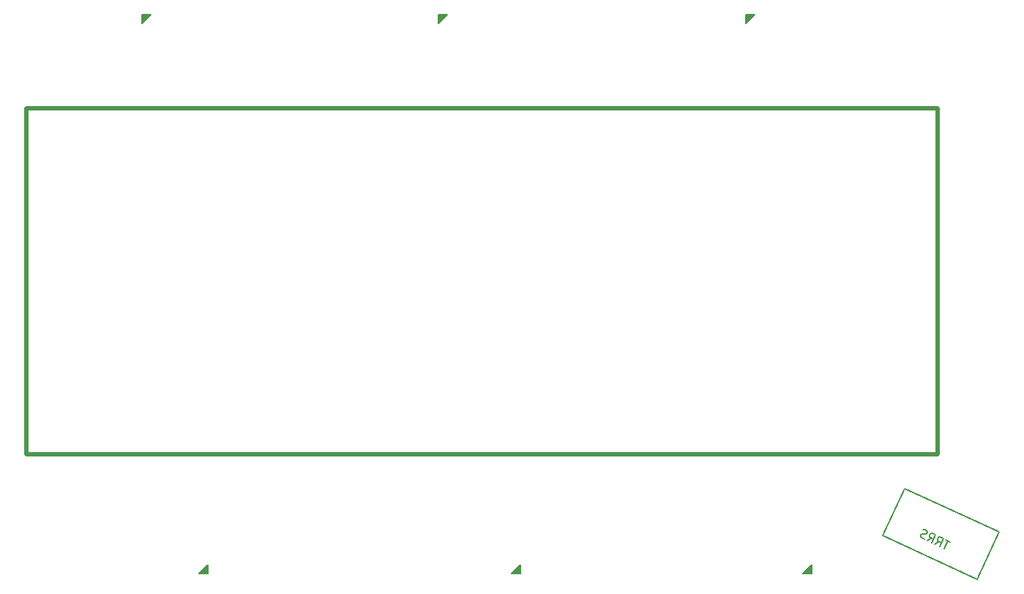
<source format=gbr>
G04 #@! TF.GenerationSoftware,KiCad,Pcbnew,5.1.5+dfsg1-2build2*
G04 #@! TF.CreationDate,2021-03-23T21:18:19+09:00*
G04 #@! TF.ProjectId,rest,72657374-2e6b-4696-9361-645f70636258,rev?*
G04 #@! TF.SameCoordinates,Original*
G04 #@! TF.FileFunction,Legend,Bot*
G04 #@! TF.FilePolarity,Positive*
%FSLAX46Y46*%
G04 Gerber Fmt 4.6, Leading zero omitted, Abs format (unit mm)*
G04 Created by KiCad (PCBNEW 5.1.5+dfsg1-2build2) date 2021-03-23 21:18:19*
%MOMM*%
%LPD*%
G04 APERTURE LIST*
%ADD10C,0.500000*%
%ADD11C,0.150000*%
G04 APERTURE END LIST*
D10*
X40010000Y-55655000D02*
X145420000Y-55655000D01*
X145420000Y-55655000D02*
X145420000Y-95660000D01*
X40010000Y-95660000D02*
X40010000Y-55655000D01*
X145420000Y-95660000D02*
X40010000Y-95660000D01*
D11*
G36*
X60965000Y-108486000D02*
G01*
X59949000Y-109502000D01*
X60965000Y-109502000D01*
X60965000Y-108486000D01*
G37*
X60965000Y-108486000D02*
X59949000Y-109502000D01*
X60965000Y-109502000D01*
X60965000Y-108486000D01*
X141615392Y-99634111D02*
X152499920Y-104686541D01*
X139089177Y-105076375D02*
X141615392Y-99634111D01*
X149973705Y-110128805D02*
X139089177Y-105076375D01*
X152499920Y-104686541D02*
X149973705Y-110128805D01*
G36*
X130815000Y-108486000D02*
G01*
X129799000Y-109502000D01*
X130815000Y-109502000D01*
X130815000Y-108486000D01*
G37*
X130815000Y-108486000D02*
X129799000Y-109502000D01*
X130815000Y-109502000D01*
X130815000Y-108486000D01*
G36*
X97160000Y-108486000D02*
G01*
X96144000Y-109502000D01*
X97160000Y-109502000D01*
X97160000Y-108486000D01*
G37*
X97160000Y-108486000D02*
X96144000Y-109502000D01*
X97160000Y-109502000D01*
X97160000Y-108486000D01*
G36*
X53345000Y-45829000D02*
G01*
X54361000Y-44813000D01*
X53345000Y-44813000D01*
X53345000Y-45829000D01*
G37*
X53345000Y-45829000D02*
X54361000Y-44813000D01*
X53345000Y-44813000D01*
X53345000Y-45829000D01*
G36*
X87635000Y-45829000D02*
G01*
X88651000Y-44813000D01*
X87635000Y-44813000D01*
X87635000Y-45829000D01*
G37*
X87635000Y-45829000D02*
X88651000Y-44813000D01*
X87635000Y-44813000D01*
X87635000Y-45829000D01*
G36*
X123195000Y-45829000D02*
G01*
X124211000Y-44813000D01*
X123195000Y-44813000D01*
X123195000Y-45829000D01*
G37*
X123195000Y-45829000D02*
X124211000Y-44813000D01*
X123195000Y-44813000D01*
X123195000Y-45829000D01*
X146858930Y-105791032D02*
X146340619Y-105550440D01*
X146178739Y-106577780D02*
X146599774Y-105670736D01*
X145098924Y-106076547D02*
X145601766Y-105784966D01*
X145617235Y-106317139D02*
X146038271Y-105410095D01*
X145692730Y-105249700D01*
X145586296Y-105252794D01*
X145523054Y-105275937D01*
X145439763Y-105342273D01*
X145379615Y-105471851D01*
X145382709Y-105578285D01*
X145405852Y-105641527D01*
X145472188Y-105724818D01*
X145817728Y-105885213D01*
X144191880Y-105655511D02*
X144694722Y-105363931D01*
X144710191Y-105896103D02*
X145131227Y-104989059D01*
X144785686Y-104828664D01*
X144679252Y-104831758D01*
X144616010Y-104854902D01*
X144532719Y-104921237D01*
X144472571Y-105050815D01*
X144475665Y-105157250D01*
X144498808Y-105220491D01*
X144565144Y-105303783D01*
X144910684Y-105464177D01*
X143866389Y-105451924D02*
X143716762Y-105434968D01*
X143500799Y-105334722D01*
X143434463Y-105251431D01*
X143411320Y-105188189D01*
X143408226Y-105081754D01*
X143448325Y-104995369D01*
X143531616Y-104929033D01*
X143594858Y-104905890D01*
X143701292Y-104902796D01*
X143894112Y-104939801D01*
X144000547Y-104936707D01*
X144063788Y-104913564D01*
X144147080Y-104847228D01*
X144187178Y-104760843D01*
X144184084Y-104654408D01*
X144160941Y-104591166D01*
X144094605Y-104507875D01*
X143878642Y-104407629D01*
X143729015Y-104390673D01*
M02*

</source>
